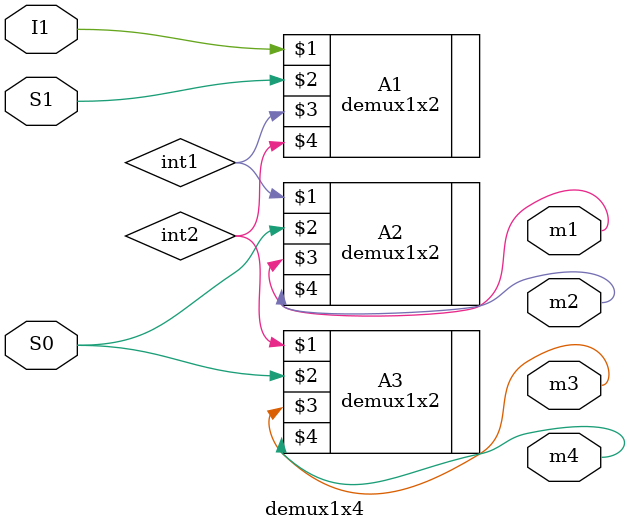
<source format=v>
`timescale 1ns / 1ps
module demux1x4(
	 input I1,
    input S1,
    input S0,
    output m1,
    output m2,
    output m3,
    output m4
    );
	 
	 demux1x2 A1(I1, S1, int1, int2);
	 demux1x2 A2(int1, S0, m1, m2);
	 demux1x2 A3(int2, S0, m3, m4); 


endmodule

</source>
